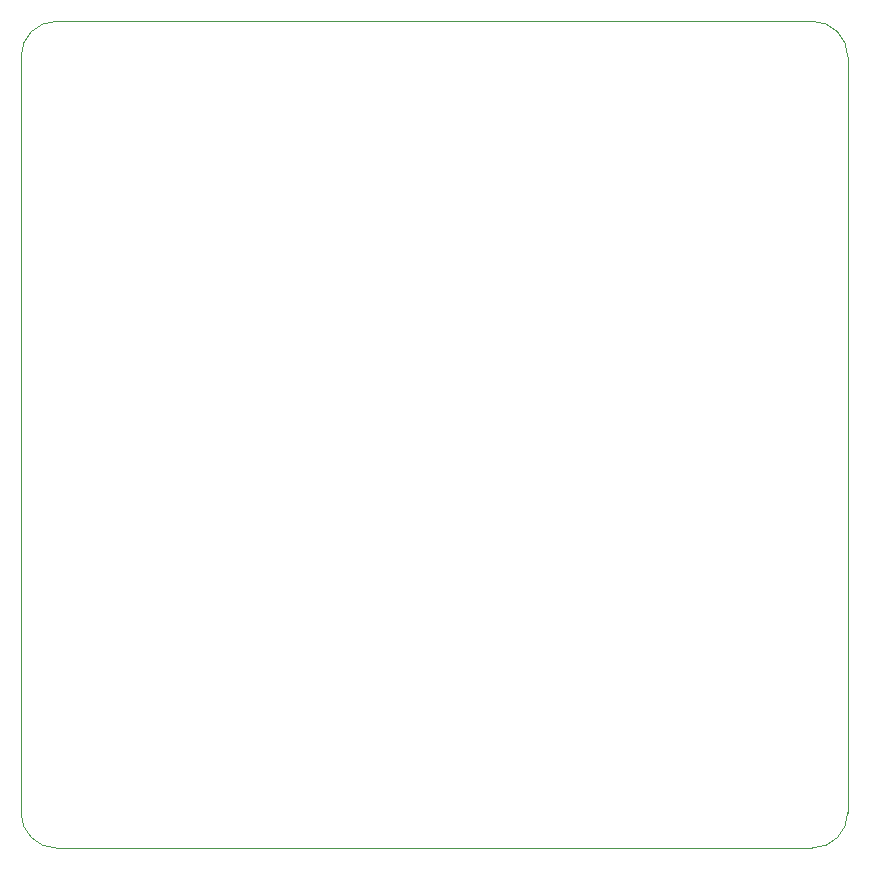
<source format=gbr>
%TF.GenerationSoftware,KiCad,Pcbnew,5.99.0-unknown-6252493~100~ubuntu18.04.1*%
%TF.CreationDate,2020-02-26T18:10:23+08:00*%
%TF.ProjectId,blue_interface_board,626c7565-5f69-46e7-9465-72666163655f,rev?*%
%TF.SameCoordinates,Original*%
%TF.FileFunction,Profile,NP*%
%FSLAX46Y46*%
G04 Gerber Fmt 4.6, Leading zero omitted, Abs format (unit mm)*
G04 Created by KiCad (PCBNEW 5.99.0-unknown-6252493~100~ubuntu18.04.1) date 2020-02-26 18:10:23*
%MOMM*%
%LPD*%
G01*
G04 APERTURE LIST*
%ADD10C,0.050000*%
G04 APERTURE END LIST*
D10*
X159000000Y-126000000D02*
G75*
G02*
X156000000Y-129000000I-3000000J0D01*
G01*
X156000000Y-59000000D02*
G75*
G02*
X159000000Y-62000000I0J-3000000D01*
G01*
X89000000Y-62000000D02*
G75*
G02*
X92000000Y-59000000I3000000J0D01*
G01*
X92000000Y-129000000D02*
G75*
G02*
X89000000Y-126000000I0J3000000D01*
G01*
X156000000Y-59000000D02*
X92000000Y-59000000D01*
X159000000Y-126000000D02*
X159000000Y-62000000D01*
X92000000Y-129000000D02*
X156000000Y-129000000D01*
X89000000Y-62000000D02*
X89000000Y-126000000D01*
M02*

</source>
